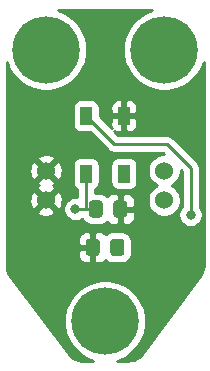
<source format=gbr>
%TF.GenerationSoftware,KiCad,Pcbnew,5.1.9+dfsg1-1+deb11u1*%
%TF.CreationDate,2023-07-29T18:16:24+09:00*%
%TF.ProjectId,probe-adapter,70726f62-652d-4616-9461-707465722e6b,rev?*%
%TF.SameCoordinates,Original*%
%TF.FileFunction,Copper,L1,Top*%
%TF.FilePolarity,Positive*%
%FSLAX46Y46*%
G04 Gerber Fmt 4.6, Leading zero omitted, Abs format (unit mm)*
G04 Created by KiCad (PCBNEW 5.1.9+dfsg1-1+deb11u1) date 2023-07-29 18:16:24*
%MOMM*%
%LPD*%
G01*
G04 APERTURE LIST*
%TA.AperFunction,ComponentPad*%
%ADD10C,5.700000*%
%TD*%
%TA.AperFunction,SMDPad,CuDef*%
%ADD11R,1.000000X1.500000*%
%TD*%
%TA.AperFunction,ComponentPad*%
%ADD12C,1.524000*%
%TD*%
%TA.AperFunction,ViaPad*%
%ADD13C,0.800000*%
%TD*%
%TA.AperFunction,Conductor*%
%ADD14C,0.250000*%
%TD*%
%TA.AperFunction,Conductor*%
%ADD15C,0.254000*%
%TD*%
%TA.AperFunction,Conductor*%
%ADD16C,0.100000*%
%TD*%
G04 APERTURE END LIST*
D10*
%TO.P,REF\u002A\u002A,1*%
%TO.N,N/C*%
X181500000Y-124500000D03*
%TD*%
%TO.P,REF\u002A\u002A,1*%
%TO.N,N/C*%
X186500000Y-101500000D03*
%TD*%
%TO.P,REF\u002A\u002A,1*%
%TO.N,N/C*%
X176500000Y-101500000D03*
%TD*%
D11*
%TO.P,D1,3*%
%TO.N,GND*%
X183100000Y-107100000D03*
%TO.P,D1,4*%
%TO.N,NEOPIXEL*%
X179900000Y-107100000D03*
%TO.P,D1,2*%
%TO.N,Net-(D1-Pad2)*%
X183100000Y-112000000D03*
%TO.P,D1,1*%
%TO.N,5V*%
X179900000Y-112000000D03*
%TD*%
D12*
%TO.P,J5,1*%
%TO.N,GND*%
X176500000Y-111750000D03*
%TO.P,J5,2*%
X176500000Y-114250000D03*
%TD*%
%TO.P,J6,2*%
%TO.N,PROBE*%
X186500000Y-114250000D03*
%TO.P,J6,1*%
X186500000Y-111750000D03*
%TD*%
%TO.P,C1,2*%
%TO.N,GND*%
%TA.AperFunction,SMDPad,CuDef*%
G36*
G01*
X182200000Y-115475000D02*
X182200000Y-114525000D01*
G75*
G02*
X182450000Y-114275000I250000J0D01*
G01*
X183125000Y-114275000D01*
G75*
G02*
X183375000Y-114525000I0J-250000D01*
G01*
X183375000Y-115475000D01*
G75*
G02*
X183125000Y-115725000I-250000J0D01*
G01*
X182450000Y-115725000D01*
G75*
G02*
X182200000Y-115475000I0J250000D01*
G01*
G37*
%TD.AperFunction*%
%TO.P,C1,1*%
%TO.N,5V*%
%TA.AperFunction,SMDPad,CuDef*%
G36*
G01*
X180125000Y-115475000D02*
X180125000Y-114525000D01*
G75*
G02*
X180375000Y-114275000I250000J0D01*
G01*
X181050000Y-114275000D01*
G75*
G02*
X181300000Y-114525000I0J-250000D01*
G01*
X181300000Y-115475000D01*
G75*
G02*
X181050000Y-115725000I-250000J0D01*
G01*
X180375000Y-115725000D01*
G75*
G02*
X180125000Y-115475000I0J250000D01*
G01*
G37*
%TD.AperFunction*%
%TD*%
%TO.P,C2,1*%
%TO.N,PROBE*%
%TA.AperFunction,SMDPad,CuDef*%
G36*
G01*
X183125000Y-117775000D02*
X183125000Y-118725000D01*
G75*
G02*
X182875000Y-118975000I-250000J0D01*
G01*
X182200000Y-118975000D01*
G75*
G02*
X181950000Y-118725000I0J250000D01*
G01*
X181950000Y-117775000D01*
G75*
G02*
X182200000Y-117525000I250000J0D01*
G01*
X182875000Y-117525000D01*
G75*
G02*
X183125000Y-117775000I0J-250000D01*
G01*
G37*
%TD.AperFunction*%
%TO.P,C2,2*%
%TO.N,GND*%
%TA.AperFunction,SMDPad,CuDef*%
G36*
G01*
X181050000Y-117775000D02*
X181050000Y-118725000D01*
G75*
G02*
X180800000Y-118975000I-250000J0D01*
G01*
X180125000Y-118975000D01*
G75*
G02*
X179875000Y-118725000I0J250000D01*
G01*
X179875000Y-117775000D01*
G75*
G02*
X180125000Y-117525000I250000J0D01*
G01*
X180800000Y-117525000D01*
G75*
G02*
X181050000Y-117775000I0J-250000D01*
G01*
G37*
%TD.AperFunction*%
%TD*%
D13*
%TO.N,5V*%
X179000000Y-115000000D03*
%TO.N,PROBE*%
X182525000Y-118250000D03*
%TO.N,NEOPIXEL*%
X188750000Y-115500000D03*
%TD*%
D14*
%TO.N,5V*%
X179900000Y-112000000D02*
X179900000Y-114900000D01*
X180000000Y-115000000D02*
X180725000Y-115000000D01*
X179900000Y-114900000D02*
X180000000Y-115000000D01*
X179000000Y-115000000D02*
X180000000Y-115000000D01*
%TO.N,NEOPIXEL*%
X188750000Y-115500000D02*
X188750000Y-111500000D01*
X188750000Y-111500000D02*
X186750000Y-109500000D01*
X182300000Y-109500000D02*
X179900000Y-107100000D01*
X186750000Y-109500000D02*
X182300000Y-109500000D01*
%TD*%
D15*
%TO.N,GND*%
X184849234Y-98411633D02*
X184278442Y-98793024D01*
X183793024Y-99278442D01*
X183411633Y-99849234D01*
X183148927Y-100483463D01*
X183015000Y-101156758D01*
X183015000Y-101843242D01*
X183148927Y-102516537D01*
X183411633Y-103150766D01*
X183793024Y-103721558D01*
X184278442Y-104206976D01*
X184849234Y-104588367D01*
X185483463Y-104851073D01*
X186156758Y-104985000D01*
X186843242Y-104985000D01*
X187516537Y-104851073D01*
X188150766Y-104588367D01*
X188721558Y-104206976D01*
X189206976Y-103721558D01*
X189588367Y-103150766D01*
X189840000Y-102543270D01*
X189840001Y-119801002D01*
X189811374Y-120092960D01*
X189735964Y-120342729D01*
X189602684Y-120593391D01*
X189566326Y-120644865D01*
X184591370Y-127278174D01*
X184393304Y-127494553D01*
X184183116Y-127649122D01*
X183946906Y-127759922D01*
X183685588Y-127824738D01*
X183476000Y-127840000D01*
X182543270Y-127840000D01*
X183150766Y-127588367D01*
X183721558Y-127206976D01*
X184206976Y-126721558D01*
X184588367Y-126150766D01*
X184851073Y-125516537D01*
X184985000Y-124843242D01*
X184985000Y-124156758D01*
X184851073Y-123483463D01*
X184588367Y-122849234D01*
X184206976Y-122278442D01*
X183721558Y-121793024D01*
X183150766Y-121411633D01*
X182516537Y-121148927D01*
X181843242Y-121015000D01*
X181156758Y-121015000D01*
X180483463Y-121148927D01*
X179849234Y-121411633D01*
X179278442Y-121793024D01*
X178793024Y-122278442D01*
X178411633Y-122849234D01*
X178148927Y-123483463D01*
X178015000Y-124156758D01*
X178015000Y-124843242D01*
X178148927Y-125516537D01*
X178411633Y-126150766D01*
X178793024Y-126721558D01*
X179278442Y-127206976D01*
X179849234Y-127588367D01*
X180456730Y-127840000D01*
X179532289Y-127840000D01*
X179240343Y-127811374D01*
X178990571Y-127735964D01*
X178760205Y-127613477D01*
X178551563Y-127443312D01*
X178413592Y-127284789D01*
X173447375Y-120663135D01*
X173295105Y-120412399D01*
X173205572Y-120167341D01*
X173161796Y-119886838D01*
X173160000Y-119823896D01*
X173160000Y-118975000D01*
X179236928Y-118975000D01*
X179249188Y-119099482D01*
X179285498Y-119219180D01*
X179344463Y-119329494D01*
X179423815Y-119426185D01*
X179520506Y-119505537D01*
X179630820Y-119564502D01*
X179750518Y-119600812D01*
X179875000Y-119613072D01*
X180176750Y-119610000D01*
X180335500Y-119451250D01*
X180335500Y-118377000D01*
X179398750Y-118377000D01*
X179240000Y-118535750D01*
X179236928Y-118975000D01*
X173160000Y-118975000D01*
X173160000Y-117525000D01*
X179236928Y-117525000D01*
X179240000Y-117964250D01*
X179398750Y-118123000D01*
X180335500Y-118123000D01*
X180335500Y-117048750D01*
X180589500Y-117048750D01*
X180589500Y-118123000D01*
X180609500Y-118123000D01*
X180609500Y-118377000D01*
X180589500Y-118377000D01*
X180589500Y-119451250D01*
X180748250Y-119610000D01*
X181050000Y-119613072D01*
X181174482Y-119600812D01*
X181294180Y-119564502D01*
X181404494Y-119505537D01*
X181501185Y-119426185D01*
X181566658Y-119346406D01*
X181572038Y-119352962D01*
X181706614Y-119463405D01*
X181860150Y-119545472D01*
X182026746Y-119596008D01*
X182200000Y-119613072D01*
X182875000Y-119613072D01*
X183048254Y-119596008D01*
X183214850Y-119545472D01*
X183368386Y-119463405D01*
X183502962Y-119352962D01*
X183613405Y-119218386D01*
X183695472Y-119064850D01*
X183746008Y-118898254D01*
X183763072Y-118725000D01*
X183763072Y-117775000D01*
X183746008Y-117601746D01*
X183695472Y-117435150D01*
X183613405Y-117281614D01*
X183502962Y-117147038D01*
X183368386Y-117036595D01*
X183214850Y-116954528D01*
X183048254Y-116903992D01*
X182875000Y-116886928D01*
X182200000Y-116886928D01*
X182026746Y-116903992D01*
X181860150Y-116954528D01*
X181706614Y-117036595D01*
X181572038Y-117147038D01*
X181566658Y-117153594D01*
X181501185Y-117073815D01*
X181404494Y-116994463D01*
X181294180Y-116935498D01*
X181174482Y-116899188D01*
X181050000Y-116886928D01*
X180748250Y-116890000D01*
X180589500Y-117048750D01*
X180335500Y-117048750D01*
X180176750Y-116890000D01*
X179875000Y-116886928D01*
X179750518Y-116899188D01*
X179630820Y-116935498D01*
X179520506Y-116994463D01*
X179423815Y-117073815D01*
X179344463Y-117170506D01*
X179285498Y-117280820D01*
X179249188Y-117400518D01*
X179236928Y-117525000D01*
X173160000Y-117525000D01*
X173160000Y-115215565D01*
X175714040Y-115215565D01*
X175781020Y-115455656D01*
X176030048Y-115572756D01*
X176297135Y-115639023D01*
X176572017Y-115651910D01*
X176844133Y-115610922D01*
X177103023Y-115517636D01*
X177218980Y-115455656D01*
X177285960Y-115215565D01*
X176500000Y-114429605D01*
X175714040Y-115215565D01*
X173160000Y-115215565D01*
X173160000Y-114322017D01*
X175098090Y-114322017D01*
X175139078Y-114594133D01*
X175232364Y-114853023D01*
X175294344Y-114968980D01*
X175534435Y-115035960D01*
X176320395Y-114250000D01*
X176679605Y-114250000D01*
X177465565Y-115035960D01*
X177705656Y-114968980D01*
X177739004Y-114898061D01*
X177965000Y-114898061D01*
X177965000Y-115101939D01*
X178004774Y-115301898D01*
X178082795Y-115490256D01*
X178196063Y-115659774D01*
X178340226Y-115803937D01*
X178509744Y-115917205D01*
X178698102Y-115995226D01*
X178898061Y-116035000D01*
X179101939Y-116035000D01*
X179301898Y-115995226D01*
X179490256Y-115917205D01*
X179577927Y-115858626D01*
X179636595Y-115968386D01*
X179747038Y-116102962D01*
X179881614Y-116213405D01*
X180035150Y-116295472D01*
X180201746Y-116346008D01*
X180375000Y-116363072D01*
X181050000Y-116363072D01*
X181223254Y-116346008D01*
X181389850Y-116295472D01*
X181543386Y-116213405D01*
X181677962Y-116102962D01*
X181683342Y-116096406D01*
X181748815Y-116176185D01*
X181845506Y-116255537D01*
X181955820Y-116314502D01*
X182075518Y-116350812D01*
X182200000Y-116363072D01*
X182501750Y-116360000D01*
X182660500Y-116201250D01*
X182660500Y-115127000D01*
X182914500Y-115127000D01*
X182914500Y-116201250D01*
X183073250Y-116360000D01*
X183375000Y-116363072D01*
X183499482Y-116350812D01*
X183619180Y-116314502D01*
X183729494Y-116255537D01*
X183826185Y-116176185D01*
X183905537Y-116079494D01*
X183964502Y-115969180D01*
X184000812Y-115849482D01*
X184013072Y-115725000D01*
X184010000Y-115285750D01*
X183851250Y-115127000D01*
X182914500Y-115127000D01*
X182660500Y-115127000D01*
X182640500Y-115127000D01*
X182640500Y-114873000D01*
X182660500Y-114873000D01*
X182660500Y-113798750D01*
X182914500Y-113798750D01*
X182914500Y-114873000D01*
X183851250Y-114873000D01*
X184010000Y-114714250D01*
X184013072Y-114275000D01*
X184000812Y-114150518D01*
X183964502Y-114030820D01*
X183905537Y-113920506D01*
X183826185Y-113823815D01*
X183729494Y-113744463D01*
X183619180Y-113685498D01*
X183499482Y-113649188D01*
X183375000Y-113636928D01*
X183073250Y-113640000D01*
X182914500Y-113798750D01*
X182660500Y-113798750D01*
X182501750Y-113640000D01*
X182200000Y-113636928D01*
X182075518Y-113649188D01*
X181955820Y-113685498D01*
X181845506Y-113744463D01*
X181748815Y-113823815D01*
X181683342Y-113903594D01*
X181677962Y-113897038D01*
X181543386Y-113786595D01*
X181389850Y-113704528D01*
X181223254Y-113653992D01*
X181050000Y-113636928D01*
X180660000Y-113636928D01*
X180660000Y-113331046D01*
X180754494Y-113280537D01*
X180851185Y-113201185D01*
X180930537Y-113104494D01*
X180989502Y-112994180D01*
X181025812Y-112874482D01*
X181038072Y-112750000D01*
X181038072Y-111250000D01*
X181961928Y-111250000D01*
X181961928Y-112750000D01*
X181974188Y-112874482D01*
X182010498Y-112994180D01*
X182069463Y-113104494D01*
X182148815Y-113201185D01*
X182245506Y-113280537D01*
X182355820Y-113339502D01*
X182475518Y-113375812D01*
X182600000Y-113388072D01*
X183600000Y-113388072D01*
X183724482Y-113375812D01*
X183844180Y-113339502D01*
X183954494Y-113280537D01*
X184051185Y-113201185D01*
X184130537Y-113104494D01*
X184189502Y-112994180D01*
X184225812Y-112874482D01*
X184238072Y-112750000D01*
X184238072Y-111250000D01*
X184225812Y-111125518D01*
X184189502Y-111005820D01*
X184130537Y-110895506D01*
X184051185Y-110798815D01*
X183954494Y-110719463D01*
X183844180Y-110660498D01*
X183724482Y-110624188D01*
X183600000Y-110611928D01*
X182600000Y-110611928D01*
X182475518Y-110624188D01*
X182355820Y-110660498D01*
X182245506Y-110719463D01*
X182148815Y-110798815D01*
X182069463Y-110895506D01*
X182010498Y-111005820D01*
X181974188Y-111125518D01*
X181961928Y-111250000D01*
X181038072Y-111250000D01*
X181025812Y-111125518D01*
X180989502Y-111005820D01*
X180930537Y-110895506D01*
X180851185Y-110798815D01*
X180754494Y-110719463D01*
X180644180Y-110660498D01*
X180524482Y-110624188D01*
X180400000Y-110611928D01*
X179400000Y-110611928D01*
X179275518Y-110624188D01*
X179155820Y-110660498D01*
X179045506Y-110719463D01*
X178948815Y-110798815D01*
X178869463Y-110895506D01*
X178810498Y-111005820D01*
X178774188Y-111125518D01*
X178761928Y-111250000D01*
X178761928Y-112750000D01*
X178774188Y-112874482D01*
X178810498Y-112994180D01*
X178869463Y-113104494D01*
X178948815Y-113201185D01*
X179045506Y-113280537D01*
X179140000Y-113331046D01*
X179140001Y-113972571D01*
X179101939Y-113965000D01*
X178898061Y-113965000D01*
X178698102Y-114004774D01*
X178509744Y-114082795D01*
X178340226Y-114196063D01*
X178196063Y-114340226D01*
X178082795Y-114509744D01*
X178004774Y-114698102D01*
X177965000Y-114898061D01*
X177739004Y-114898061D01*
X177822756Y-114719952D01*
X177889023Y-114452865D01*
X177901910Y-114177983D01*
X177860922Y-113905867D01*
X177767636Y-113646977D01*
X177705656Y-113531020D01*
X177465565Y-113464040D01*
X176679605Y-114250000D01*
X176320395Y-114250000D01*
X175534435Y-113464040D01*
X175294344Y-113531020D01*
X175177244Y-113780048D01*
X175110977Y-114047135D01*
X175098090Y-114322017D01*
X173160000Y-114322017D01*
X173160000Y-112715565D01*
X175714040Y-112715565D01*
X175781020Y-112955656D01*
X175869290Y-112997163D01*
X175781020Y-113044344D01*
X175714040Y-113284435D01*
X176500000Y-114070395D01*
X177285960Y-113284435D01*
X177218980Y-113044344D01*
X177130710Y-113002837D01*
X177218980Y-112955656D01*
X177285960Y-112715565D01*
X176500000Y-111929605D01*
X175714040Y-112715565D01*
X173160000Y-112715565D01*
X173160000Y-111822017D01*
X175098090Y-111822017D01*
X175139078Y-112094133D01*
X175232364Y-112353023D01*
X175294344Y-112468980D01*
X175534435Y-112535960D01*
X176320395Y-111750000D01*
X176679605Y-111750000D01*
X177465565Y-112535960D01*
X177705656Y-112468980D01*
X177822756Y-112219952D01*
X177889023Y-111952865D01*
X177901910Y-111677983D01*
X177860922Y-111405867D01*
X177767636Y-111146977D01*
X177705656Y-111031020D01*
X177465565Y-110964040D01*
X176679605Y-111750000D01*
X176320395Y-111750000D01*
X175534435Y-110964040D01*
X175294344Y-111031020D01*
X175177244Y-111280048D01*
X175110977Y-111547135D01*
X175098090Y-111822017D01*
X173160000Y-111822017D01*
X173160000Y-110784435D01*
X175714040Y-110784435D01*
X176500000Y-111570395D01*
X177285960Y-110784435D01*
X177218980Y-110544344D01*
X176969952Y-110427244D01*
X176702865Y-110360977D01*
X176427983Y-110348090D01*
X176155867Y-110389078D01*
X175896977Y-110482364D01*
X175781020Y-110544344D01*
X175714040Y-110784435D01*
X173160000Y-110784435D01*
X173160000Y-106350000D01*
X178761928Y-106350000D01*
X178761928Y-107850000D01*
X178774188Y-107974482D01*
X178810498Y-108094180D01*
X178869463Y-108204494D01*
X178948815Y-108301185D01*
X179045506Y-108380537D01*
X179155820Y-108439502D01*
X179275518Y-108475812D01*
X179400000Y-108488072D01*
X180213271Y-108488072D01*
X181736200Y-110011002D01*
X181759999Y-110040001D01*
X181788997Y-110063799D01*
X181875724Y-110134974D01*
X182007753Y-110205546D01*
X182151014Y-110249003D01*
X182300000Y-110263677D01*
X182337333Y-110260000D01*
X186435199Y-110260000D01*
X186528199Y-110353000D01*
X186362408Y-110353000D01*
X186092510Y-110406686D01*
X185838273Y-110511995D01*
X185609465Y-110664880D01*
X185414880Y-110859465D01*
X185261995Y-111088273D01*
X185156686Y-111342510D01*
X185103000Y-111612408D01*
X185103000Y-111887592D01*
X185156686Y-112157490D01*
X185261995Y-112411727D01*
X185414880Y-112640535D01*
X185609465Y-112835120D01*
X185838273Y-112988005D01*
X185867231Y-113000000D01*
X185838273Y-113011995D01*
X185609465Y-113164880D01*
X185414880Y-113359465D01*
X185261995Y-113588273D01*
X185156686Y-113842510D01*
X185103000Y-114112408D01*
X185103000Y-114387592D01*
X185156686Y-114657490D01*
X185261995Y-114911727D01*
X185414880Y-115140535D01*
X185609465Y-115335120D01*
X185838273Y-115488005D01*
X186092510Y-115593314D01*
X186362408Y-115647000D01*
X186637592Y-115647000D01*
X186907490Y-115593314D01*
X187161727Y-115488005D01*
X187390535Y-115335120D01*
X187585120Y-115140535D01*
X187738005Y-114911727D01*
X187843314Y-114657490D01*
X187897000Y-114387592D01*
X187897000Y-114112408D01*
X187843314Y-113842510D01*
X187738005Y-113588273D01*
X187585120Y-113359465D01*
X187390535Y-113164880D01*
X187161727Y-113011995D01*
X187132769Y-113000000D01*
X187161727Y-112988005D01*
X187390535Y-112835120D01*
X187585120Y-112640535D01*
X187738005Y-112411727D01*
X187843314Y-112157490D01*
X187897000Y-111887592D01*
X187897000Y-111721802D01*
X187990001Y-111814803D01*
X187990000Y-114796289D01*
X187946063Y-114840226D01*
X187832795Y-115009744D01*
X187754774Y-115198102D01*
X187715000Y-115398061D01*
X187715000Y-115601939D01*
X187754774Y-115801898D01*
X187832795Y-115990256D01*
X187946063Y-116159774D01*
X188090226Y-116303937D01*
X188259744Y-116417205D01*
X188448102Y-116495226D01*
X188648061Y-116535000D01*
X188851939Y-116535000D01*
X189051898Y-116495226D01*
X189240256Y-116417205D01*
X189409774Y-116303937D01*
X189553937Y-116159774D01*
X189667205Y-115990256D01*
X189745226Y-115801898D01*
X189785000Y-115601939D01*
X189785000Y-115398061D01*
X189745226Y-115198102D01*
X189667205Y-115009744D01*
X189553937Y-114840226D01*
X189510000Y-114796289D01*
X189510000Y-111537322D01*
X189513676Y-111499999D01*
X189510000Y-111462676D01*
X189510000Y-111462667D01*
X189499003Y-111351014D01*
X189455546Y-111207753D01*
X189391682Y-111088273D01*
X189384974Y-111075723D01*
X189313799Y-110988997D01*
X189290001Y-110959999D01*
X189261003Y-110936201D01*
X187313804Y-108989003D01*
X187290001Y-108959999D01*
X187174276Y-108865026D01*
X187042247Y-108794454D01*
X186898986Y-108750997D01*
X186787333Y-108740000D01*
X186787322Y-108740000D01*
X186750000Y-108736324D01*
X186712678Y-108740000D01*
X182614802Y-108740000D01*
X182266630Y-108391828D01*
X182355820Y-108439502D01*
X182475518Y-108475812D01*
X182600000Y-108488072D01*
X182814250Y-108485000D01*
X182973000Y-108326250D01*
X182973000Y-107227000D01*
X183227000Y-107227000D01*
X183227000Y-108326250D01*
X183385750Y-108485000D01*
X183600000Y-108488072D01*
X183724482Y-108475812D01*
X183844180Y-108439502D01*
X183954494Y-108380537D01*
X184051185Y-108301185D01*
X184130537Y-108204494D01*
X184189502Y-108094180D01*
X184225812Y-107974482D01*
X184238072Y-107850000D01*
X184235000Y-107385750D01*
X184076250Y-107227000D01*
X183227000Y-107227000D01*
X182973000Y-107227000D01*
X182123750Y-107227000D01*
X181965000Y-107385750D01*
X181961928Y-107850000D01*
X181974188Y-107974482D01*
X182010498Y-108094180D01*
X182058172Y-108183370D01*
X181038072Y-107163271D01*
X181038072Y-106350000D01*
X181961928Y-106350000D01*
X181965000Y-106814250D01*
X182123750Y-106973000D01*
X182973000Y-106973000D01*
X182973000Y-105873750D01*
X183227000Y-105873750D01*
X183227000Y-106973000D01*
X184076250Y-106973000D01*
X184235000Y-106814250D01*
X184238072Y-106350000D01*
X184225812Y-106225518D01*
X184189502Y-106105820D01*
X184130537Y-105995506D01*
X184051185Y-105898815D01*
X183954494Y-105819463D01*
X183844180Y-105760498D01*
X183724482Y-105724188D01*
X183600000Y-105711928D01*
X183385750Y-105715000D01*
X183227000Y-105873750D01*
X182973000Y-105873750D01*
X182814250Y-105715000D01*
X182600000Y-105711928D01*
X182475518Y-105724188D01*
X182355820Y-105760498D01*
X182245506Y-105819463D01*
X182148815Y-105898815D01*
X182069463Y-105995506D01*
X182010498Y-106105820D01*
X181974188Y-106225518D01*
X181961928Y-106350000D01*
X181038072Y-106350000D01*
X181025812Y-106225518D01*
X180989502Y-106105820D01*
X180930537Y-105995506D01*
X180851185Y-105898815D01*
X180754494Y-105819463D01*
X180644180Y-105760498D01*
X180524482Y-105724188D01*
X180400000Y-105711928D01*
X179400000Y-105711928D01*
X179275518Y-105724188D01*
X179155820Y-105760498D01*
X179045506Y-105819463D01*
X178948815Y-105898815D01*
X178869463Y-105995506D01*
X178810498Y-106105820D01*
X178774188Y-106225518D01*
X178761928Y-106350000D01*
X173160000Y-106350000D01*
X173160000Y-102543270D01*
X173411633Y-103150766D01*
X173793024Y-103721558D01*
X174278442Y-104206976D01*
X174849234Y-104588367D01*
X175483463Y-104851073D01*
X176156758Y-104985000D01*
X176843242Y-104985000D01*
X177516537Y-104851073D01*
X178150766Y-104588367D01*
X178721558Y-104206976D01*
X179206976Y-103721558D01*
X179588367Y-103150766D01*
X179851073Y-102516537D01*
X179985000Y-101843242D01*
X179985000Y-101156758D01*
X179851073Y-100483463D01*
X179588367Y-99849234D01*
X179206976Y-99278442D01*
X178721558Y-98793024D01*
X178150766Y-98411633D01*
X177543270Y-98160000D01*
X185456730Y-98160000D01*
X184849234Y-98411633D01*
%TA.AperFunction,Conductor*%
D16*
G36*
X184849234Y-98411633D02*
G01*
X184278442Y-98793024D01*
X183793024Y-99278442D01*
X183411633Y-99849234D01*
X183148927Y-100483463D01*
X183015000Y-101156758D01*
X183015000Y-101843242D01*
X183148927Y-102516537D01*
X183411633Y-103150766D01*
X183793024Y-103721558D01*
X184278442Y-104206976D01*
X184849234Y-104588367D01*
X185483463Y-104851073D01*
X186156758Y-104985000D01*
X186843242Y-104985000D01*
X187516537Y-104851073D01*
X188150766Y-104588367D01*
X188721558Y-104206976D01*
X189206976Y-103721558D01*
X189588367Y-103150766D01*
X189840000Y-102543270D01*
X189840001Y-119801002D01*
X189811374Y-120092960D01*
X189735964Y-120342729D01*
X189602684Y-120593391D01*
X189566326Y-120644865D01*
X184591370Y-127278174D01*
X184393304Y-127494553D01*
X184183116Y-127649122D01*
X183946906Y-127759922D01*
X183685588Y-127824738D01*
X183476000Y-127840000D01*
X182543270Y-127840000D01*
X183150766Y-127588367D01*
X183721558Y-127206976D01*
X184206976Y-126721558D01*
X184588367Y-126150766D01*
X184851073Y-125516537D01*
X184985000Y-124843242D01*
X184985000Y-124156758D01*
X184851073Y-123483463D01*
X184588367Y-122849234D01*
X184206976Y-122278442D01*
X183721558Y-121793024D01*
X183150766Y-121411633D01*
X182516537Y-121148927D01*
X181843242Y-121015000D01*
X181156758Y-121015000D01*
X180483463Y-121148927D01*
X179849234Y-121411633D01*
X179278442Y-121793024D01*
X178793024Y-122278442D01*
X178411633Y-122849234D01*
X178148927Y-123483463D01*
X178015000Y-124156758D01*
X178015000Y-124843242D01*
X178148927Y-125516537D01*
X178411633Y-126150766D01*
X178793024Y-126721558D01*
X179278442Y-127206976D01*
X179849234Y-127588367D01*
X180456730Y-127840000D01*
X179532289Y-127840000D01*
X179240343Y-127811374D01*
X178990571Y-127735964D01*
X178760205Y-127613477D01*
X178551563Y-127443312D01*
X178413592Y-127284789D01*
X173447375Y-120663135D01*
X173295105Y-120412399D01*
X173205572Y-120167341D01*
X173161796Y-119886838D01*
X173160000Y-119823896D01*
X173160000Y-118975000D01*
X179236928Y-118975000D01*
X179249188Y-119099482D01*
X179285498Y-119219180D01*
X179344463Y-119329494D01*
X179423815Y-119426185D01*
X179520506Y-119505537D01*
X179630820Y-119564502D01*
X179750518Y-119600812D01*
X179875000Y-119613072D01*
X180176750Y-119610000D01*
X180335500Y-119451250D01*
X180335500Y-118377000D01*
X179398750Y-118377000D01*
X179240000Y-118535750D01*
X179236928Y-118975000D01*
X173160000Y-118975000D01*
X173160000Y-117525000D01*
X179236928Y-117525000D01*
X179240000Y-117964250D01*
X179398750Y-118123000D01*
X180335500Y-118123000D01*
X180335500Y-117048750D01*
X180589500Y-117048750D01*
X180589500Y-118123000D01*
X180609500Y-118123000D01*
X180609500Y-118377000D01*
X180589500Y-118377000D01*
X180589500Y-119451250D01*
X180748250Y-119610000D01*
X181050000Y-119613072D01*
X181174482Y-119600812D01*
X181294180Y-119564502D01*
X181404494Y-119505537D01*
X181501185Y-119426185D01*
X181566658Y-119346406D01*
X181572038Y-119352962D01*
X181706614Y-119463405D01*
X181860150Y-119545472D01*
X182026746Y-119596008D01*
X182200000Y-119613072D01*
X182875000Y-119613072D01*
X183048254Y-119596008D01*
X183214850Y-119545472D01*
X183368386Y-119463405D01*
X183502962Y-119352962D01*
X183613405Y-119218386D01*
X183695472Y-119064850D01*
X183746008Y-118898254D01*
X183763072Y-118725000D01*
X183763072Y-117775000D01*
X183746008Y-117601746D01*
X183695472Y-117435150D01*
X183613405Y-117281614D01*
X183502962Y-117147038D01*
X183368386Y-117036595D01*
X183214850Y-116954528D01*
X183048254Y-116903992D01*
X182875000Y-116886928D01*
X182200000Y-116886928D01*
X182026746Y-116903992D01*
X181860150Y-116954528D01*
X181706614Y-117036595D01*
X181572038Y-117147038D01*
X181566658Y-117153594D01*
X181501185Y-117073815D01*
X181404494Y-116994463D01*
X181294180Y-116935498D01*
X181174482Y-116899188D01*
X181050000Y-116886928D01*
X180748250Y-116890000D01*
X180589500Y-117048750D01*
X180335500Y-117048750D01*
X180176750Y-116890000D01*
X179875000Y-116886928D01*
X179750518Y-116899188D01*
X179630820Y-116935498D01*
X179520506Y-116994463D01*
X179423815Y-117073815D01*
X179344463Y-117170506D01*
X179285498Y-117280820D01*
X179249188Y-117400518D01*
X179236928Y-117525000D01*
X173160000Y-117525000D01*
X173160000Y-115215565D01*
X175714040Y-115215565D01*
X175781020Y-115455656D01*
X176030048Y-115572756D01*
X176297135Y-115639023D01*
X176572017Y-115651910D01*
X176844133Y-115610922D01*
X177103023Y-115517636D01*
X177218980Y-115455656D01*
X177285960Y-115215565D01*
X176500000Y-114429605D01*
X175714040Y-115215565D01*
X173160000Y-115215565D01*
X173160000Y-114322017D01*
X175098090Y-114322017D01*
X175139078Y-114594133D01*
X175232364Y-114853023D01*
X175294344Y-114968980D01*
X175534435Y-115035960D01*
X176320395Y-114250000D01*
X176679605Y-114250000D01*
X177465565Y-115035960D01*
X177705656Y-114968980D01*
X177739004Y-114898061D01*
X177965000Y-114898061D01*
X177965000Y-115101939D01*
X178004774Y-115301898D01*
X178082795Y-115490256D01*
X178196063Y-115659774D01*
X178340226Y-115803937D01*
X178509744Y-115917205D01*
X178698102Y-115995226D01*
X178898061Y-116035000D01*
X179101939Y-116035000D01*
X179301898Y-115995226D01*
X179490256Y-115917205D01*
X179577927Y-115858626D01*
X179636595Y-115968386D01*
X179747038Y-116102962D01*
X179881614Y-116213405D01*
X180035150Y-116295472D01*
X180201746Y-116346008D01*
X180375000Y-116363072D01*
X181050000Y-116363072D01*
X181223254Y-116346008D01*
X181389850Y-116295472D01*
X181543386Y-116213405D01*
X181677962Y-116102962D01*
X181683342Y-116096406D01*
X181748815Y-116176185D01*
X181845506Y-116255537D01*
X181955820Y-116314502D01*
X182075518Y-116350812D01*
X182200000Y-116363072D01*
X182501750Y-116360000D01*
X182660500Y-116201250D01*
X182660500Y-115127000D01*
X182914500Y-115127000D01*
X182914500Y-116201250D01*
X183073250Y-116360000D01*
X183375000Y-116363072D01*
X183499482Y-116350812D01*
X183619180Y-116314502D01*
X183729494Y-116255537D01*
X183826185Y-116176185D01*
X183905537Y-116079494D01*
X183964502Y-115969180D01*
X184000812Y-115849482D01*
X184013072Y-115725000D01*
X184010000Y-115285750D01*
X183851250Y-115127000D01*
X182914500Y-115127000D01*
X182660500Y-115127000D01*
X182640500Y-115127000D01*
X182640500Y-114873000D01*
X182660500Y-114873000D01*
X182660500Y-113798750D01*
X182914500Y-113798750D01*
X182914500Y-114873000D01*
X183851250Y-114873000D01*
X184010000Y-114714250D01*
X184013072Y-114275000D01*
X184000812Y-114150518D01*
X183964502Y-114030820D01*
X183905537Y-113920506D01*
X183826185Y-113823815D01*
X183729494Y-113744463D01*
X183619180Y-113685498D01*
X183499482Y-113649188D01*
X183375000Y-113636928D01*
X183073250Y-113640000D01*
X182914500Y-113798750D01*
X182660500Y-113798750D01*
X182501750Y-113640000D01*
X182200000Y-113636928D01*
X182075518Y-113649188D01*
X181955820Y-113685498D01*
X181845506Y-113744463D01*
X181748815Y-113823815D01*
X181683342Y-113903594D01*
X181677962Y-113897038D01*
X181543386Y-113786595D01*
X181389850Y-113704528D01*
X181223254Y-113653992D01*
X181050000Y-113636928D01*
X180660000Y-113636928D01*
X180660000Y-113331046D01*
X180754494Y-113280537D01*
X180851185Y-113201185D01*
X180930537Y-113104494D01*
X180989502Y-112994180D01*
X181025812Y-112874482D01*
X181038072Y-112750000D01*
X181038072Y-111250000D01*
X181961928Y-111250000D01*
X181961928Y-112750000D01*
X181974188Y-112874482D01*
X182010498Y-112994180D01*
X182069463Y-113104494D01*
X182148815Y-113201185D01*
X182245506Y-113280537D01*
X182355820Y-113339502D01*
X182475518Y-113375812D01*
X182600000Y-113388072D01*
X183600000Y-113388072D01*
X183724482Y-113375812D01*
X183844180Y-113339502D01*
X183954494Y-113280537D01*
X184051185Y-113201185D01*
X184130537Y-113104494D01*
X184189502Y-112994180D01*
X184225812Y-112874482D01*
X184238072Y-112750000D01*
X184238072Y-111250000D01*
X184225812Y-111125518D01*
X184189502Y-111005820D01*
X184130537Y-110895506D01*
X184051185Y-110798815D01*
X183954494Y-110719463D01*
X183844180Y-110660498D01*
X183724482Y-110624188D01*
X183600000Y-110611928D01*
X182600000Y-110611928D01*
X182475518Y-110624188D01*
X182355820Y-110660498D01*
X182245506Y-110719463D01*
X182148815Y-110798815D01*
X182069463Y-110895506D01*
X182010498Y-111005820D01*
X181974188Y-111125518D01*
X181961928Y-111250000D01*
X181038072Y-111250000D01*
X181025812Y-111125518D01*
X180989502Y-111005820D01*
X180930537Y-110895506D01*
X180851185Y-110798815D01*
X180754494Y-110719463D01*
X180644180Y-110660498D01*
X180524482Y-110624188D01*
X180400000Y-110611928D01*
X179400000Y-110611928D01*
X179275518Y-110624188D01*
X179155820Y-110660498D01*
X179045506Y-110719463D01*
X178948815Y-110798815D01*
X178869463Y-110895506D01*
X178810498Y-111005820D01*
X178774188Y-111125518D01*
X178761928Y-111250000D01*
X178761928Y-112750000D01*
X178774188Y-112874482D01*
X178810498Y-112994180D01*
X178869463Y-113104494D01*
X178948815Y-113201185D01*
X179045506Y-113280537D01*
X179140000Y-113331046D01*
X179140001Y-113972571D01*
X179101939Y-113965000D01*
X178898061Y-113965000D01*
X178698102Y-114004774D01*
X178509744Y-114082795D01*
X178340226Y-114196063D01*
X178196063Y-114340226D01*
X178082795Y-114509744D01*
X178004774Y-114698102D01*
X177965000Y-114898061D01*
X177739004Y-114898061D01*
X177822756Y-114719952D01*
X177889023Y-114452865D01*
X177901910Y-114177983D01*
X177860922Y-113905867D01*
X177767636Y-113646977D01*
X177705656Y-113531020D01*
X177465565Y-113464040D01*
X176679605Y-114250000D01*
X176320395Y-114250000D01*
X175534435Y-113464040D01*
X175294344Y-113531020D01*
X175177244Y-113780048D01*
X175110977Y-114047135D01*
X175098090Y-114322017D01*
X173160000Y-114322017D01*
X173160000Y-112715565D01*
X175714040Y-112715565D01*
X175781020Y-112955656D01*
X175869290Y-112997163D01*
X175781020Y-113044344D01*
X175714040Y-113284435D01*
X176500000Y-114070395D01*
X177285960Y-113284435D01*
X177218980Y-113044344D01*
X177130710Y-113002837D01*
X177218980Y-112955656D01*
X177285960Y-112715565D01*
X176500000Y-111929605D01*
X175714040Y-112715565D01*
X173160000Y-112715565D01*
X173160000Y-111822017D01*
X175098090Y-111822017D01*
X175139078Y-112094133D01*
X175232364Y-112353023D01*
X175294344Y-112468980D01*
X175534435Y-112535960D01*
X176320395Y-111750000D01*
X176679605Y-111750000D01*
X177465565Y-112535960D01*
X177705656Y-112468980D01*
X177822756Y-112219952D01*
X177889023Y-111952865D01*
X177901910Y-111677983D01*
X177860922Y-111405867D01*
X177767636Y-111146977D01*
X177705656Y-111031020D01*
X177465565Y-110964040D01*
X176679605Y-111750000D01*
X176320395Y-111750000D01*
X175534435Y-110964040D01*
X175294344Y-111031020D01*
X175177244Y-111280048D01*
X175110977Y-111547135D01*
X175098090Y-111822017D01*
X173160000Y-111822017D01*
X173160000Y-110784435D01*
X175714040Y-110784435D01*
X176500000Y-111570395D01*
X177285960Y-110784435D01*
X177218980Y-110544344D01*
X176969952Y-110427244D01*
X176702865Y-110360977D01*
X176427983Y-110348090D01*
X176155867Y-110389078D01*
X175896977Y-110482364D01*
X175781020Y-110544344D01*
X175714040Y-110784435D01*
X173160000Y-110784435D01*
X173160000Y-106350000D01*
X178761928Y-106350000D01*
X178761928Y-107850000D01*
X178774188Y-107974482D01*
X178810498Y-108094180D01*
X178869463Y-108204494D01*
X178948815Y-108301185D01*
X179045506Y-108380537D01*
X179155820Y-108439502D01*
X179275518Y-108475812D01*
X179400000Y-108488072D01*
X180213271Y-108488072D01*
X181736200Y-110011002D01*
X181759999Y-110040001D01*
X181788997Y-110063799D01*
X181875724Y-110134974D01*
X182007753Y-110205546D01*
X182151014Y-110249003D01*
X182300000Y-110263677D01*
X182337333Y-110260000D01*
X186435199Y-110260000D01*
X186528199Y-110353000D01*
X186362408Y-110353000D01*
X186092510Y-110406686D01*
X185838273Y-110511995D01*
X185609465Y-110664880D01*
X185414880Y-110859465D01*
X185261995Y-111088273D01*
X185156686Y-111342510D01*
X185103000Y-111612408D01*
X185103000Y-111887592D01*
X185156686Y-112157490D01*
X185261995Y-112411727D01*
X185414880Y-112640535D01*
X185609465Y-112835120D01*
X185838273Y-112988005D01*
X185867231Y-113000000D01*
X185838273Y-113011995D01*
X185609465Y-113164880D01*
X185414880Y-113359465D01*
X185261995Y-113588273D01*
X185156686Y-113842510D01*
X185103000Y-114112408D01*
X185103000Y-114387592D01*
X185156686Y-114657490D01*
X185261995Y-114911727D01*
X185414880Y-115140535D01*
X185609465Y-115335120D01*
X185838273Y-115488005D01*
X186092510Y-115593314D01*
X186362408Y-115647000D01*
X186637592Y-115647000D01*
X186907490Y-115593314D01*
X187161727Y-115488005D01*
X187390535Y-115335120D01*
X187585120Y-115140535D01*
X187738005Y-114911727D01*
X187843314Y-114657490D01*
X187897000Y-114387592D01*
X187897000Y-114112408D01*
X187843314Y-113842510D01*
X187738005Y-113588273D01*
X187585120Y-113359465D01*
X187390535Y-113164880D01*
X187161727Y-113011995D01*
X187132769Y-113000000D01*
X187161727Y-112988005D01*
X187390535Y-112835120D01*
X187585120Y-112640535D01*
X187738005Y-112411727D01*
X187843314Y-112157490D01*
X187897000Y-111887592D01*
X187897000Y-111721802D01*
X187990001Y-111814803D01*
X187990000Y-114796289D01*
X187946063Y-114840226D01*
X187832795Y-115009744D01*
X187754774Y-115198102D01*
X187715000Y-115398061D01*
X187715000Y-115601939D01*
X187754774Y-115801898D01*
X187832795Y-115990256D01*
X187946063Y-116159774D01*
X188090226Y-116303937D01*
X188259744Y-116417205D01*
X188448102Y-116495226D01*
X188648061Y-116535000D01*
X188851939Y-116535000D01*
X189051898Y-116495226D01*
X189240256Y-116417205D01*
X189409774Y-116303937D01*
X189553937Y-116159774D01*
X189667205Y-115990256D01*
X189745226Y-115801898D01*
X189785000Y-115601939D01*
X189785000Y-115398061D01*
X189745226Y-115198102D01*
X189667205Y-115009744D01*
X189553937Y-114840226D01*
X189510000Y-114796289D01*
X189510000Y-111537322D01*
X189513676Y-111499999D01*
X189510000Y-111462676D01*
X189510000Y-111462667D01*
X189499003Y-111351014D01*
X189455546Y-111207753D01*
X189391682Y-111088273D01*
X189384974Y-111075723D01*
X189313799Y-110988997D01*
X189290001Y-110959999D01*
X189261003Y-110936201D01*
X187313804Y-108989003D01*
X187290001Y-108959999D01*
X187174276Y-108865026D01*
X187042247Y-108794454D01*
X186898986Y-108750997D01*
X186787333Y-108740000D01*
X186787322Y-108740000D01*
X186750000Y-108736324D01*
X186712678Y-108740000D01*
X182614802Y-108740000D01*
X182266630Y-108391828D01*
X182355820Y-108439502D01*
X182475518Y-108475812D01*
X182600000Y-108488072D01*
X182814250Y-108485000D01*
X182973000Y-108326250D01*
X182973000Y-107227000D01*
X183227000Y-107227000D01*
X183227000Y-108326250D01*
X183385750Y-108485000D01*
X183600000Y-108488072D01*
X183724482Y-108475812D01*
X183844180Y-108439502D01*
X183954494Y-108380537D01*
X184051185Y-108301185D01*
X184130537Y-108204494D01*
X184189502Y-108094180D01*
X184225812Y-107974482D01*
X184238072Y-107850000D01*
X184235000Y-107385750D01*
X184076250Y-107227000D01*
X183227000Y-107227000D01*
X182973000Y-107227000D01*
X182123750Y-107227000D01*
X181965000Y-107385750D01*
X181961928Y-107850000D01*
X181974188Y-107974482D01*
X182010498Y-108094180D01*
X182058172Y-108183370D01*
X181038072Y-107163271D01*
X181038072Y-106350000D01*
X181961928Y-106350000D01*
X181965000Y-106814250D01*
X182123750Y-106973000D01*
X182973000Y-106973000D01*
X182973000Y-105873750D01*
X183227000Y-105873750D01*
X183227000Y-106973000D01*
X184076250Y-106973000D01*
X184235000Y-106814250D01*
X184238072Y-106350000D01*
X184225812Y-106225518D01*
X184189502Y-106105820D01*
X184130537Y-105995506D01*
X184051185Y-105898815D01*
X183954494Y-105819463D01*
X183844180Y-105760498D01*
X183724482Y-105724188D01*
X183600000Y-105711928D01*
X183385750Y-105715000D01*
X183227000Y-105873750D01*
X182973000Y-105873750D01*
X182814250Y-105715000D01*
X182600000Y-105711928D01*
X182475518Y-105724188D01*
X182355820Y-105760498D01*
X182245506Y-105819463D01*
X182148815Y-105898815D01*
X182069463Y-105995506D01*
X182010498Y-106105820D01*
X181974188Y-106225518D01*
X181961928Y-106350000D01*
X181038072Y-106350000D01*
X181025812Y-106225518D01*
X180989502Y-106105820D01*
X180930537Y-105995506D01*
X180851185Y-105898815D01*
X180754494Y-105819463D01*
X180644180Y-105760498D01*
X180524482Y-105724188D01*
X180400000Y-105711928D01*
X179400000Y-105711928D01*
X179275518Y-105724188D01*
X179155820Y-105760498D01*
X179045506Y-105819463D01*
X178948815Y-105898815D01*
X178869463Y-105995506D01*
X178810498Y-106105820D01*
X178774188Y-106225518D01*
X178761928Y-106350000D01*
X173160000Y-106350000D01*
X173160000Y-102543270D01*
X173411633Y-103150766D01*
X173793024Y-103721558D01*
X174278442Y-104206976D01*
X174849234Y-104588367D01*
X175483463Y-104851073D01*
X176156758Y-104985000D01*
X176843242Y-104985000D01*
X177516537Y-104851073D01*
X178150766Y-104588367D01*
X178721558Y-104206976D01*
X179206976Y-103721558D01*
X179588367Y-103150766D01*
X179851073Y-102516537D01*
X179985000Y-101843242D01*
X179985000Y-101156758D01*
X179851073Y-100483463D01*
X179588367Y-99849234D01*
X179206976Y-99278442D01*
X178721558Y-98793024D01*
X178150766Y-98411633D01*
X177543270Y-98160000D01*
X185456730Y-98160000D01*
X184849234Y-98411633D01*
G37*
%TD.AperFunction*%
%TD*%
D15*
%TO.N,GND*%
X184849234Y-98411633D02*
X184278442Y-98793024D01*
X183793024Y-99278442D01*
X183411633Y-99849234D01*
X183148927Y-100483463D01*
X183015000Y-101156758D01*
X183015000Y-101843242D01*
X183148927Y-102516537D01*
X183411633Y-103150766D01*
X183793024Y-103721558D01*
X184278442Y-104206976D01*
X184849234Y-104588367D01*
X185483463Y-104851073D01*
X186156758Y-104985000D01*
X186843242Y-104985000D01*
X187516537Y-104851073D01*
X188150766Y-104588367D01*
X188721558Y-104206976D01*
X189206976Y-103721558D01*
X189588367Y-103150766D01*
X189840000Y-102543270D01*
X189840001Y-119801002D01*
X189811374Y-120092960D01*
X189735964Y-120342729D01*
X189602684Y-120593391D01*
X189566326Y-120644865D01*
X184591370Y-127278174D01*
X184393304Y-127494553D01*
X184183116Y-127649122D01*
X183946906Y-127759922D01*
X183685588Y-127824738D01*
X183476000Y-127840000D01*
X182543270Y-127840000D01*
X183150766Y-127588367D01*
X183721558Y-127206976D01*
X184206976Y-126721558D01*
X184588367Y-126150766D01*
X184851073Y-125516537D01*
X184985000Y-124843242D01*
X184985000Y-124156758D01*
X184851073Y-123483463D01*
X184588367Y-122849234D01*
X184206976Y-122278442D01*
X183721558Y-121793024D01*
X183150766Y-121411633D01*
X182516537Y-121148927D01*
X181843242Y-121015000D01*
X181156758Y-121015000D01*
X180483463Y-121148927D01*
X179849234Y-121411633D01*
X179278442Y-121793024D01*
X178793024Y-122278442D01*
X178411633Y-122849234D01*
X178148927Y-123483463D01*
X178015000Y-124156758D01*
X178015000Y-124843242D01*
X178148927Y-125516537D01*
X178411633Y-126150766D01*
X178793024Y-126721558D01*
X179278442Y-127206976D01*
X179849234Y-127588367D01*
X180456730Y-127840000D01*
X179532289Y-127840000D01*
X179240343Y-127811374D01*
X178990571Y-127735964D01*
X178760205Y-127613477D01*
X178551563Y-127443312D01*
X178413592Y-127284789D01*
X173447375Y-120663135D01*
X173295105Y-120412399D01*
X173205572Y-120167341D01*
X173161796Y-119886838D01*
X173160000Y-119823896D01*
X173160000Y-118975000D01*
X179236928Y-118975000D01*
X179249188Y-119099482D01*
X179285498Y-119219180D01*
X179344463Y-119329494D01*
X179423815Y-119426185D01*
X179520506Y-119505537D01*
X179630820Y-119564502D01*
X179750518Y-119600812D01*
X179875000Y-119613072D01*
X180176750Y-119610000D01*
X180335500Y-119451250D01*
X180335500Y-118377000D01*
X179398750Y-118377000D01*
X179240000Y-118535750D01*
X179236928Y-118975000D01*
X173160000Y-118975000D01*
X173160000Y-117525000D01*
X179236928Y-117525000D01*
X179240000Y-117964250D01*
X179398750Y-118123000D01*
X180335500Y-118123000D01*
X180335500Y-117048750D01*
X180589500Y-117048750D01*
X180589500Y-118123000D01*
X180609500Y-118123000D01*
X180609500Y-118377000D01*
X180589500Y-118377000D01*
X180589500Y-119451250D01*
X180748250Y-119610000D01*
X181050000Y-119613072D01*
X181174482Y-119600812D01*
X181294180Y-119564502D01*
X181404494Y-119505537D01*
X181501185Y-119426185D01*
X181566658Y-119346406D01*
X181572038Y-119352962D01*
X181706614Y-119463405D01*
X181860150Y-119545472D01*
X182026746Y-119596008D01*
X182200000Y-119613072D01*
X182875000Y-119613072D01*
X183048254Y-119596008D01*
X183214850Y-119545472D01*
X183368386Y-119463405D01*
X183502962Y-119352962D01*
X183613405Y-119218386D01*
X183695472Y-119064850D01*
X183746008Y-118898254D01*
X183763072Y-118725000D01*
X183763072Y-117775000D01*
X183746008Y-117601746D01*
X183695472Y-117435150D01*
X183613405Y-117281614D01*
X183502962Y-117147038D01*
X183368386Y-117036595D01*
X183214850Y-116954528D01*
X183048254Y-116903992D01*
X182875000Y-116886928D01*
X182200000Y-116886928D01*
X182026746Y-116903992D01*
X181860150Y-116954528D01*
X181706614Y-117036595D01*
X181572038Y-117147038D01*
X181566658Y-117153594D01*
X181501185Y-117073815D01*
X181404494Y-116994463D01*
X181294180Y-116935498D01*
X181174482Y-116899188D01*
X181050000Y-116886928D01*
X180748250Y-116890000D01*
X180589500Y-117048750D01*
X180335500Y-117048750D01*
X180176750Y-116890000D01*
X179875000Y-116886928D01*
X179750518Y-116899188D01*
X179630820Y-116935498D01*
X179520506Y-116994463D01*
X179423815Y-117073815D01*
X179344463Y-117170506D01*
X179285498Y-117280820D01*
X179249188Y-117400518D01*
X179236928Y-117525000D01*
X173160000Y-117525000D01*
X173160000Y-115215565D01*
X175714040Y-115215565D01*
X175781020Y-115455656D01*
X176030048Y-115572756D01*
X176297135Y-115639023D01*
X176572017Y-115651910D01*
X176844133Y-115610922D01*
X177103023Y-115517636D01*
X177218980Y-115455656D01*
X177285960Y-115215565D01*
X176500000Y-114429605D01*
X175714040Y-115215565D01*
X173160000Y-115215565D01*
X173160000Y-114322017D01*
X175098090Y-114322017D01*
X175139078Y-114594133D01*
X175232364Y-114853023D01*
X175294344Y-114968980D01*
X175534435Y-115035960D01*
X176320395Y-114250000D01*
X176679605Y-114250000D01*
X177465565Y-115035960D01*
X177705656Y-114968980D01*
X177739004Y-114898061D01*
X177965000Y-114898061D01*
X177965000Y-115101939D01*
X178004774Y-115301898D01*
X178082795Y-115490256D01*
X178196063Y-115659774D01*
X178340226Y-115803937D01*
X178509744Y-115917205D01*
X178698102Y-115995226D01*
X178898061Y-116035000D01*
X179101939Y-116035000D01*
X179301898Y-115995226D01*
X179490256Y-115917205D01*
X179577927Y-115858626D01*
X179636595Y-115968386D01*
X179747038Y-116102962D01*
X179881614Y-116213405D01*
X180035150Y-116295472D01*
X180201746Y-116346008D01*
X180375000Y-116363072D01*
X181050000Y-116363072D01*
X181223254Y-116346008D01*
X181389850Y-116295472D01*
X181543386Y-116213405D01*
X181677962Y-116102962D01*
X181683342Y-116096406D01*
X181748815Y-116176185D01*
X181845506Y-116255537D01*
X181955820Y-116314502D01*
X182075518Y-116350812D01*
X182200000Y-116363072D01*
X182501750Y-116360000D01*
X182660500Y-116201250D01*
X182660500Y-115127000D01*
X182914500Y-115127000D01*
X182914500Y-116201250D01*
X183073250Y-116360000D01*
X183375000Y-116363072D01*
X183499482Y-116350812D01*
X183619180Y-116314502D01*
X183729494Y-116255537D01*
X183826185Y-116176185D01*
X183905537Y-116079494D01*
X183964502Y-115969180D01*
X184000812Y-115849482D01*
X184013072Y-115725000D01*
X184010000Y-115285750D01*
X183851250Y-115127000D01*
X182914500Y-115127000D01*
X182660500Y-115127000D01*
X182640500Y-115127000D01*
X182640500Y-114873000D01*
X182660500Y-114873000D01*
X182660500Y-113798750D01*
X182914500Y-113798750D01*
X182914500Y-114873000D01*
X183851250Y-114873000D01*
X184010000Y-114714250D01*
X184013072Y-114275000D01*
X184000812Y-114150518D01*
X183964502Y-114030820D01*
X183905537Y-113920506D01*
X183826185Y-113823815D01*
X183729494Y-113744463D01*
X183619180Y-113685498D01*
X183499482Y-113649188D01*
X183375000Y-113636928D01*
X183073250Y-113640000D01*
X182914500Y-113798750D01*
X182660500Y-113798750D01*
X182501750Y-113640000D01*
X182200000Y-113636928D01*
X182075518Y-113649188D01*
X181955820Y-113685498D01*
X181845506Y-113744463D01*
X181748815Y-113823815D01*
X181683342Y-113903594D01*
X181677962Y-113897038D01*
X181543386Y-113786595D01*
X181389850Y-113704528D01*
X181223254Y-113653992D01*
X181050000Y-113636928D01*
X180660000Y-113636928D01*
X180660000Y-113331046D01*
X180754494Y-113280537D01*
X180851185Y-113201185D01*
X180930537Y-113104494D01*
X180989502Y-112994180D01*
X181025812Y-112874482D01*
X181038072Y-112750000D01*
X181038072Y-111250000D01*
X181961928Y-111250000D01*
X181961928Y-112750000D01*
X181974188Y-112874482D01*
X182010498Y-112994180D01*
X182069463Y-113104494D01*
X182148815Y-113201185D01*
X182245506Y-113280537D01*
X182355820Y-113339502D01*
X182475518Y-113375812D01*
X182600000Y-113388072D01*
X183600000Y-113388072D01*
X183724482Y-113375812D01*
X183844180Y-113339502D01*
X183954494Y-113280537D01*
X184051185Y-113201185D01*
X184130537Y-113104494D01*
X184189502Y-112994180D01*
X184225812Y-112874482D01*
X184238072Y-112750000D01*
X184238072Y-111250000D01*
X184225812Y-111125518D01*
X184189502Y-111005820D01*
X184130537Y-110895506D01*
X184051185Y-110798815D01*
X183954494Y-110719463D01*
X183844180Y-110660498D01*
X183724482Y-110624188D01*
X183600000Y-110611928D01*
X182600000Y-110611928D01*
X182475518Y-110624188D01*
X182355820Y-110660498D01*
X182245506Y-110719463D01*
X182148815Y-110798815D01*
X182069463Y-110895506D01*
X182010498Y-111005820D01*
X181974188Y-111125518D01*
X181961928Y-111250000D01*
X181038072Y-111250000D01*
X181025812Y-111125518D01*
X180989502Y-111005820D01*
X180930537Y-110895506D01*
X180851185Y-110798815D01*
X180754494Y-110719463D01*
X180644180Y-110660498D01*
X180524482Y-110624188D01*
X180400000Y-110611928D01*
X179400000Y-110611928D01*
X179275518Y-110624188D01*
X179155820Y-110660498D01*
X179045506Y-110719463D01*
X178948815Y-110798815D01*
X178869463Y-110895506D01*
X178810498Y-111005820D01*
X178774188Y-111125518D01*
X178761928Y-111250000D01*
X178761928Y-112750000D01*
X178774188Y-112874482D01*
X178810498Y-112994180D01*
X178869463Y-113104494D01*
X178948815Y-113201185D01*
X179045506Y-113280537D01*
X179140000Y-113331046D01*
X179140001Y-113972571D01*
X179101939Y-113965000D01*
X178898061Y-113965000D01*
X178698102Y-114004774D01*
X178509744Y-114082795D01*
X178340226Y-114196063D01*
X178196063Y-114340226D01*
X178082795Y-114509744D01*
X178004774Y-114698102D01*
X177965000Y-114898061D01*
X177739004Y-114898061D01*
X177822756Y-114719952D01*
X177889023Y-114452865D01*
X177901910Y-114177983D01*
X177860922Y-113905867D01*
X177767636Y-113646977D01*
X177705656Y-113531020D01*
X177465565Y-113464040D01*
X176679605Y-114250000D01*
X176320395Y-114250000D01*
X175534435Y-113464040D01*
X175294344Y-113531020D01*
X175177244Y-113780048D01*
X175110977Y-114047135D01*
X175098090Y-114322017D01*
X173160000Y-114322017D01*
X173160000Y-112715565D01*
X175714040Y-112715565D01*
X175781020Y-112955656D01*
X175869290Y-112997163D01*
X175781020Y-113044344D01*
X175714040Y-113284435D01*
X176500000Y-114070395D01*
X177285960Y-113284435D01*
X177218980Y-113044344D01*
X177130710Y-113002837D01*
X177218980Y-112955656D01*
X177285960Y-112715565D01*
X176500000Y-111929605D01*
X175714040Y-112715565D01*
X173160000Y-112715565D01*
X173160000Y-111822017D01*
X175098090Y-111822017D01*
X175139078Y-112094133D01*
X175232364Y-112353023D01*
X175294344Y-112468980D01*
X175534435Y-112535960D01*
X176320395Y-111750000D01*
X176679605Y-111750000D01*
X177465565Y-112535960D01*
X177705656Y-112468980D01*
X177822756Y-112219952D01*
X177889023Y-111952865D01*
X177901910Y-111677983D01*
X177860922Y-111405867D01*
X177767636Y-111146977D01*
X177705656Y-111031020D01*
X177465565Y-110964040D01*
X176679605Y-111750000D01*
X176320395Y-111750000D01*
X175534435Y-110964040D01*
X175294344Y-111031020D01*
X175177244Y-111280048D01*
X175110977Y-111547135D01*
X175098090Y-111822017D01*
X173160000Y-111822017D01*
X173160000Y-110784435D01*
X175714040Y-110784435D01*
X176500000Y-111570395D01*
X177285960Y-110784435D01*
X177218980Y-110544344D01*
X176969952Y-110427244D01*
X176702865Y-110360977D01*
X176427983Y-110348090D01*
X176155867Y-110389078D01*
X175896977Y-110482364D01*
X175781020Y-110544344D01*
X175714040Y-110784435D01*
X173160000Y-110784435D01*
X173160000Y-106350000D01*
X178761928Y-106350000D01*
X178761928Y-107850000D01*
X178774188Y-107974482D01*
X178810498Y-108094180D01*
X178869463Y-108204494D01*
X178948815Y-108301185D01*
X179045506Y-108380537D01*
X179155820Y-108439502D01*
X179275518Y-108475812D01*
X179400000Y-108488072D01*
X180213271Y-108488072D01*
X181736200Y-110011002D01*
X181759999Y-110040001D01*
X181788997Y-110063799D01*
X181875724Y-110134974D01*
X182007753Y-110205546D01*
X182151014Y-110249003D01*
X182300000Y-110263677D01*
X182337333Y-110260000D01*
X186435199Y-110260000D01*
X186528199Y-110353000D01*
X186362408Y-110353000D01*
X186092510Y-110406686D01*
X185838273Y-110511995D01*
X185609465Y-110664880D01*
X185414880Y-110859465D01*
X185261995Y-111088273D01*
X185156686Y-111342510D01*
X185103000Y-111612408D01*
X185103000Y-111887592D01*
X185156686Y-112157490D01*
X185261995Y-112411727D01*
X185414880Y-112640535D01*
X185609465Y-112835120D01*
X185838273Y-112988005D01*
X185867231Y-113000000D01*
X185838273Y-113011995D01*
X185609465Y-113164880D01*
X185414880Y-113359465D01*
X185261995Y-113588273D01*
X185156686Y-113842510D01*
X185103000Y-114112408D01*
X185103000Y-114387592D01*
X185156686Y-114657490D01*
X185261995Y-114911727D01*
X185414880Y-115140535D01*
X185609465Y-115335120D01*
X185838273Y-115488005D01*
X186092510Y-115593314D01*
X186362408Y-115647000D01*
X186637592Y-115647000D01*
X186907490Y-115593314D01*
X187161727Y-115488005D01*
X187390535Y-115335120D01*
X187585120Y-115140535D01*
X187738005Y-114911727D01*
X187843314Y-114657490D01*
X187897000Y-114387592D01*
X187897000Y-114112408D01*
X187843314Y-113842510D01*
X187738005Y-113588273D01*
X187585120Y-113359465D01*
X187390535Y-113164880D01*
X187161727Y-113011995D01*
X187132769Y-113000000D01*
X187161727Y-112988005D01*
X187390535Y-112835120D01*
X187585120Y-112640535D01*
X187738005Y-112411727D01*
X187843314Y-112157490D01*
X187897000Y-111887592D01*
X187897000Y-111721802D01*
X187990001Y-111814803D01*
X187990000Y-114796289D01*
X187946063Y-114840226D01*
X187832795Y-115009744D01*
X187754774Y-115198102D01*
X187715000Y-115398061D01*
X187715000Y-115601939D01*
X187754774Y-115801898D01*
X187832795Y-115990256D01*
X187946063Y-116159774D01*
X188090226Y-116303937D01*
X188259744Y-116417205D01*
X188448102Y-116495226D01*
X188648061Y-116535000D01*
X188851939Y-116535000D01*
X189051898Y-116495226D01*
X189240256Y-116417205D01*
X189409774Y-116303937D01*
X189553937Y-116159774D01*
X189667205Y-115990256D01*
X189745226Y-115801898D01*
X189785000Y-115601939D01*
X189785000Y-115398061D01*
X189745226Y-115198102D01*
X189667205Y-115009744D01*
X189553937Y-114840226D01*
X189510000Y-114796289D01*
X189510000Y-111537322D01*
X189513676Y-111499999D01*
X189510000Y-111462676D01*
X189510000Y-111462667D01*
X189499003Y-111351014D01*
X189455546Y-111207753D01*
X189391682Y-111088273D01*
X189384974Y-111075723D01*
X189313799Y-110988997D01*
X189290001Y-110959999D01*
X189261003Y-110936201D01*
X187313804Y-108989003D01*
X187290001Y-108959999D01*
X187174276Y-108865026D01*
X187042247Y-108794454D01*
X186898986Y-108750997D01*
X186787333Y-108740000D01*
X186787322Y-108740000D01*
X186750000Y-108736324D01*
X186712678Y-108740000D01*
X182614802Y-108740000D01*
X182266630Y-108391828D01*
X182355820Y-108439502D01*
X182475518Y-108475812D01*
X182600000Y-108488072D01*
X182814250Y-108485000D01*
X182973000Y-108326250D01*
X182973000Y-107227000D01*
X183227000Y-107227000D01*
X183227000Y-108326250D01*
X183385750Y-108485000D01*
X183600000Y-108488072D01*
X183724482Y-108475812D01*
X183844180Y-108439502D01*
X183954494Y-108380537D01*
X184051185Y-108301185D01*
X184130537Y-108204494D01*
X184189502Y-108094180D01*
X184225812Y-107974482D01*
X184238072Y-107850000D01*
X184235000Y-107385750D01*
X184076250Y-107227000D01*
X183227000Y-107227000D01*
X182973000Y-107227000D01*
X182123750Y-107227000D01*
X181965000Y-107385750D01*
X181961928Y-107850000D01*
X181974188Y-107974482D01*
X182010498Y-108094180D01*
X182058172Y-108183370D01*
X181038072Y-107163271D01*
X181038072Y-106350000D01*
X181961928Y-106350000D01*
X181965000Y-106814250D01*
X182123750Y-106973000D01*
X182973000Y-106973000D01*
X182973000Y-105873750D01*
X183227000Y-105873750D01*
X183227000Y-106973000D01*
X184076250Y-106973000D01*
X184235000Y-106814250D01*
X184238072Y-106350000D01*
X184225812Y-106225518D01*
X184189502Y-106105820D01*
X184130537Y-105995506D01*
X184051185Y-105898815D01*
X183954494Y-105819463D01*
X183844180Y-105760498D01*
X183724482Y-105724188D01*
X183600000Y-105711928D01*
X183385750Y-105715000D01*
X183227000Y-105873750D01*
X182973000Y-105873750D01*
X182814250Y-105715000D01*
X182600000Y-105711928D01*
X182475518Y-105724188D01*
X182355820Y-105760498D01*
X182245506Y-105819463D01*
X182148815Y-105898815D01*
X182069463Y-105995506D01*
X182010498Y-106105820D01*
X181974188Y-106225518D01*
X181961928Y-106350000D01*
X181038072Y-106350000D01*
X181025812Y-106225518D01*
X180989502Y-106105820D01*
X180930537Y-105995506D01*
X180851185Y-105898815D01*
X180754494Y-105819463D01*
X180644180Y-105760498D01*
X180524482Y-105724188D01*
X180400000Y-105711928D01*
X179400000Y-105711928D01*
X179275518Y-105724188D01*
X179155820Y-105760498D01*
X179045506Y-105819463D01*
X178948815Y-105898815D01*
X178869463Y-105995506D01*
X178810498Y-106105820D01*
X178774188Y-106225518D01*
X178761928Y-106350000D01*
X173160000Y-106350000D01*
X173160000Y-102543270D01*
X173411633Y-103150766D01*
X173793024Y-103721558D01*
X174278442Y-104206976D01*
X174849234Y-104588367D01*
X175483463Y-104851073D01*
X176156758Y-104985000D01*
X176843242Y-104985000D01*
X177516537Y-104851073D01*
X178150766Y-104588367D01*
X178721558Y-104206976D01*
X179206976Y-103721558D01*
X179588367Y-103150766D01*
X179851073Y-102516537D01*
X179985000Y-101843242D01*
X179985000Y-101156758D01*
X179851073Y-100483463D01*
X179588367Y-99849234D01*
X179206976Y-99278442D01*
X178721558Y-98793024D01*
X178150766Y-98411633D01*
X177543270Y-98160000D01*
X185456730Y-98160000D01*
X184849234Y-98411633D01*
%TA.AperFunction,Conductor*%
D16*
G36*
X184849234Y-98411633D02*
G01*
X184278442Y-98793024D01*
X183793024Y-99278442D01*
X183411633Y-99849234D01*
X183148927Y-100483463D01*
X183015000Y-101156758D01*
X183015000Y-101843242D01*
X183148927Y-102516537D01*
X183411633Y-103150766D01*
X183793024Y-103721558D01*
X184278442Y-104206976D01*
X184849234Y-104588367D01*
X185483463Y-104851073D01*
X186156758Y-104985000D01*
X186843242Y-104985000D01*
X187516537Y-104851073D01*
X188150766Y-104588367D01*
X188721558Y-104206976D01*
X189206976Y-103721558D01*
X189588367Y-103150766D01*
X189840000Y-102543270D01*
X189840001Y-119801002D01*
X189811374Y-120092960D01*
X189735964Y-120342729D01*
X189602684Y-120593391D01*
X189566326Y-120644865D01*
X184591370Y-127278174D01*
X184393304Y-127494553D01*
X184183116Y-127649122D01*
X183946906Y-127759922D01*
X183685588Y-127824738D01*
X183476000Y-127840000D01*
X182543270Y-127840000D01*
X183150766Y-127588367D01*
X183721558Y-127206976D01*
X184206976Y-126721558D01*
X184588367Y-126150766D01*
X184851073Y-125516537D01*
X184985000Y-124843242D01*
X184985000Y-124156758D01*
X184851073Y-123483463D01*
X184588367Y-122849234D01*
X184206976Y-122278442D01*
X183721558Y-121793024D01*
X183150766Y-121411633D01*
X182516537Y-121148927D01*
X181843242Y-121015000D01*
X181156758Y-121015000D01*
X180483463Y-121148927D01*
X179849234Y-121411633D01*
X179278442Y-121793024D01*
X178793024Y-122278442D01*
X178411633Y-122849234D01*
X178148927Y-123483463D01*
X178015000Y-124156758D01*
X178015000Y-124843242D01*
X178148927Y-125516537D01*
X178411633Y-126150766D01*
X178793024Y-126721558D01*
X179278442Y-127206976D01*
X179849234Y-127588367D01*
X180456730Y-127840000D01*
X179532289Y-127840000D01*
X179240343Y-127811374D01*
X178990571Y-127735964D01*
X178760205Y-127613477D01*
X178551563Y-127443312D01*
X178413592Y-127284789D01*
X173447375Y-120663135D01*
X173295105Y-120412399D01*
X173205572Y-120167341D01*
X173161796Y-119886838D01*
X173160000Y-119823896D01*
X173160000Y-118975000D01*
X179236928Y-118975000D01*
X179249188Y-119099482D01*
X179285498Y-119219180D01*
X179344463Y-119329494D01*
X179423815Y-119426185D01*
X179520506Y-119505537D01*
X179630820Y-119564502D01*
X179750518Y-119600812D01*
X179875000Y-119613072D01*
X180176750Y-119610000D01*
X180335500Y-119451250D01*
X180335500Y-118377000D01*
X179398750Y-118377000D01*
X179240000Y-118535750D01*
X179236928Y-118975000D01*
X173160000Y-118975000D01*
X173160000Y-117525000D01*
X179236928Y-117525000D01*
X179240000Y-117964250D01*
X179398750Y-118123000D01*
X180335500Y-118123000D01*
X180335500Y-117048750D01*
X180589500Y-117048750D01*
X180589500Y-118123000D01*
X180609500Y-118123000D01*
X180609500Y-118377000D01*
X180589500Y-118377000D01*
X180589500Y-119451250D01*
X180748250Y-119610000D01*
X181050000Y-119613072D01*
X181174482Y-119600812D01*
X181294180Y-119564502D01*
X181404494Y-119505537D01*
X181501185Y-119426185D01*
X181566658Y-119346406D01*
X181572038Y-119352962D01*
X181706614Y-119463405D01*
X181860150Y-119545472D01*
X182026746Y-119596008D01*
X182200000Y-119613072D01*
X182875000Y-119613072D01*
X183048254Y-119596008D01*
X183214850Y-119545472D01*
X183368386Y-119463405D01*
X183502962Y-119352962D01*
X183613405Y-119218386D01*
X183695472Y-119064850D01*
X183746008Y-118898254D01*
X183763072Y-118725000D01*
X183763072Y-117775000D01*
X183746008Y-117601746D01*
X183695472Y-117435150D01*
X183613405Y-117281614D01*
X183502962Y-117147038D01*
X183368386Y-117036595D01*
X183214850Y-116954528D01*
X183048254Y-116903992D01*
X182875000Y-116886928D01*
X182200000Y-116886928D01*
X182026746Y-116903992D01*
X181860150Y-116954528D01*
X181706614Y-117036595D01*
X181572038Y-117147038D01*
X181566658Y-117153594D01*
X181501185Y-117073815D01*
X181404494Y-116994463D01*
X181294180Y-116935498D01*
X181174482Y-116899188D01*
X181050000Y-116886928D01*
X180748250Y-116890000D01*
X180589500Y-117048750D01*
X180335500Y-117048750D01*
X180176750Y-116890000D01*
X179875000Y-116886928D01*
X179750518Y-116899188D01*
X179630820Y-116935498D01*
X179520506Y-116994463D01*
X179423815Y-117073815D01*
X179344463Y-117170506D01*
X179285498Y-117280820D01*
X179249188Y-117400518D01*
X179236928Y-117525000D01*
X173160000Y-117525000D01*
X173160000Y-115215565D01*
X175714040Y-115215565D01*
X175781020Y-115455656D01*
X176030048Y-115572756D01*
X176297135Y-115639023D01*
X176572017Y-115651910D01*
X176844133Y-115610922D01*
X177103023Y-115517636D01*
X177218980Y-115455656D01*
X177285960Y-115215565D01*
X176500000Y-114429605D01*
X175714040Y-115215565D01*
X173160000Y-115215565D01*
X173160000Y-114322017D01*
X175098090Y-114322017D01*
X175139078Y-114594133D01*
X175232364Y-114853023D01*
X175294344Y-114968980D01*
X175534435Y-115035960D01*
X176320395Y-114250000D01*
X176679605Y-114250000D01*
X177465565Y-115035960D01*
X177705656Y-114968980D01*
X177739004Y-114898061D01*
X177965000Y-114898061D01*
X177965000Y-115101939D01*
X178004774Y-115301898D01*
X178082795Y-115490256D01*
X178196063Y-115659774D01*
X178340226Y-115803937D01*
X178509744Y-115917205D01*
X178698102Y-115995226D01*
X178898061Y-116035000D01*
X179101939Y-116035000D01*
X179301898Y-115995226D01*
X179490256Y-115917205D01*
X179577927Y-115858626D01*
X179636595Y-115968386D01*
X179747038Y-116102962D01*
X179881614Y-116213405D01*
X180035150Y-116295472D01*
X180201746Y-116346008D01*
X180375000Y-116363072D01*
X181050000Y-116363072D01*
X181223254Y-116346008D01*
X181389850Y-116295472D01*
X181543386Y-116213405D01*
X181677962Y-116102962D01*
X181683342Y-116096406D01*
X181748815Y-116176185D01*
X181845506Y-116255537D01*
X181955820Y-116314502D01*
X182075518Y-116350812D01*
X182200000Y-116363072D01*
X182501750Y-116360000D01*
X182660500Y-116201250D01*
X182660500Y-115127000D01*
X182914500Y-115127000D01*
X182914500Y-116201250D01*
X183073250Y-116360000D01*
X183375000Y-116363072D01*
X183499482Y-116350812D01*
X183619180Y-116314502D01*
X183729494Y-116255537D01*
X183826185Y-116176185D01*
X183905537Y-116079494D01*
X183964502Y-115969180D01*
X184000812Y-115849482D01*
X184013072Y-115725000D01*
X184010000Y-115285750D01*
X183851250Y-115127000D01*
X182914500Y-115127000D01*
X182660500Y-115127000D01*
X182640500Y-115127000D01*
X182640500Y-114873000D01*
X182660500Y-114873000D01*
X182660500Y-113798750D01*
X182914500Y-113798750D01*
X182914500Y-114873000D01*
X183851250Y-114873000D01*
X184010000Y-114714250D01*
X184013072Y-114275000D01*
X184000812Y-114150518D01*
X183964502Y-114030820D01*
X183905537Y-113920506D01*
X183826185Y-113823815D01*
X183729494Y-113744463D01*
X183619180Y-113685498D01*
X183499482Y-113649188D01*
X183375000Y-113636928D01*
X183073250Y-113640000D01*
X182914500Y-113798750D01*
X182660500Y-113798750D01*
X182501750Y-113640000D01*
X182200000Y-113636928D01*
X182075518Y-113649188D01*
X181955820Y-113685498D01*
X181845506Y-113744463D01*
X181748815Y-113823815D01*
X181683342Y-113903594D01*
X181677962Y-113897038D01*
X181543386Y-113786595D01*
X181389850Y-113704528D01*
X181223254Y-113653992D01*
X181050000Y-113636928D01*
X180660000Y-113636928D01*
X180660000Y-113331046D01*
X180754494Y-113280537D01*
X180851185Y-113201185D01*
X180930537Y-113104494D01*
X180989502Y-112994180D01*
X181025812Y-112874482D01*
X181038072Y-112750000D01*
X181038072Y-111250000D01*
X181961928Y-111250000D01*
X181961928Y-112750000D01*
X181974188Y-112874482D01*
X182010498Y-112994180D01*
X182069463Y-113104494D01*
X182148815Y-113201185D01*
X182245506Y-113280537D01*
X182355820Y-113339502D01*
X182475518Y-113375812D01*
X182600000Y-113388072D01*
X183600000Y-113388072D01*
X183724482Y-113375812D01*
X183844180Y-113339502D01*
X183954494Y-113280537D01*
X184051185Y-113201185D01*
X184130537Y-113104494D01*
X184189502Y-112994180D01*
X184225812Y-112874482D01*
X184238072Y-112750000D01*
X184238072Y-111250000D01*
X184225812Y-111125518D01*
X184189502Y-111005820D01*
X184130537Y-110895506D01*
X184051185Y-110798815D01*
X183954494Y-110719463D01*
X183844180Y-110660498D01*
X183724482Y-110624188D01*
X183600000Y-110611928D01*
X182600000Y-110611928D01*
X182475518Y-110624188D01*
X182355820Y-110660498D01*
X182245506Y-110719463D01*
X182148815Y-110798815D01*
X182069463Y-110895506D01*
X182010498Y-111005820D01*
X181974188Y-111125518D01*
X181961928Y-111250000D01*
X181038072Y-111250000D01*
X181025812Y-111125518D01*
X180989502Y-111005820D01*
X180930537Y-110895506D01*
X180851185Y-110798815D01*
X180754494Y-110719463D01*
X180644180Y-110660498D01*
X180524482Y-110624188D01*
X180400000Y-110611928D01*
X179400000Y-110611928D01*
X179275518Y-110624188D01*
X179155820Y-110660498D01*
X179045506Y-110719463D01*
X178948815Y-110798815D01*
X178869463Y-110895506D01*
X178810498Y-111005820D01*
X178774188Y-111125518D01*
X178761928Y-111250000D01*
X178761928Y-112750000D01*
X178774188Y-112874482D01*
X178810498Y-112994180D01*
X178869463Y-113104494D01*
X178948815Y-113201185D01*
X179045506Y-113280537D01*
X179140000Y-113331046D01*
X179140001Y-113972571D01*
X179101939Y-113965000D01*
X178898061Y-113965000D01*
X178698102Y-114004774D01*
X178509744Y-114082795D01*
X178340226Y-114196063D01*
X178196063Y-114340226D01*
X178082795Y-114509744D01*
X178004774Y-114698102D01*
X177965000Y-114898061D01*
X177739004Y-114898061D01*
X177822756Y-114719952D01*
X177889023Y-114452865D01*
X177901910Y-114177983D01*
X177860922Y-113905867D01*
X177767636Y-113646977D01*
X177705656Y-113531020D01*
X177465565Y-113464040D01*
X176679605Y-114250000D01*
X176320395Y-114250000D01*
X175534435Y-113464040D01*
X175294344Y-113531020D01*
X175177244Y-113780048D01*
X175110977Y-114047135D01*
X175098090Y-114322017D01*
X173160000Y-114322017D01*
X173160000Y-112715565D01*
X175714040Y-112715565D01*
X175781020Y-112955656D01*
X175869290Y-112997163D01*
X175781020Y-113044344D01*
X175714040Y-113284435D01*
X176500000Y-114070395D01*
X177285960Y-113284435D01*
X177218980Y-113044344D01*
X177130710Y-113002837D01*
X177218980Y-112955656D01*
X177285960Y-112715565D01*
X176500000Y-111929605D01*
X175714040Y-112715565D01*
X173160000Y-112715565D01*
X173160000Y-111822017D01*
X175098090Y-111822017D01*
X175139078Y-112094133D01*
X175232364Y-112353023D01*
X175294344Y-112468980D01*
X175534435Y-112535960D01*
X176320395Y-111750000D01*
X176679605Y-111750000D01*
X177465565Y-112535960D01*
X177705656Y-112468980D01*
X177822756Y-112219952D01*
X177889023Y-111952865D01*
X177901910Y-111677983D01*
X177860922Y-111405867D01*
X177767636Y-111146977D01*
X177705656Y-111031020D01*
X177465565Y-110964040D01*
X176679605Y-111750000D01*
X176320395Y-111750000D01*
X175534435Y-110964040D01*
X175294344Y-111031020D01*
X175177244Y-111280048D01*
X175110977Y-111547135D01*
X175098090Y-111822017D01*
X173160000Y-111822017D01*
X173160000Y-110784435D01*
X175714040Y-110784435D01*
X176500000Y-111570395D01*
X177285960Y-110784435D01*
X177218980Y-110544344D01*
X176969952Y-110427244D01*
X176702865Y-110360977D01*
X176427983Y-110348090D01*
X176155867Y-110389078D01*
X175896977Y-110482364D01*
X175781020Y-110544344D01*
X175714040Y-110784435D01*
X173160000Y-110784435D01*
X173160000Y-106350000D01*
X178761928Y-106350000D01*
X178761928Y-107850000D01*
X178774188Y-107974482D01*
X178810498Y-108094180D01*
X178869463Y-108204494D01*
X178948815Y-108301185D01*
X179045506Y-108380537D01*
X179155820Y-108439502D01*
X179275518Y-108475812D01*
X179400000Y-108488072D01*
X180213271Y-108488072D01*
X181736200Y-110011002D01*
X181759999Y-110040001D01*
X181788997Y-110063799D01*
X181875724Y-110134974D01*
X182007753Y-110205546D01*
X182151014Y-110249003D01*
X182300000Y-110263677D01*
X182337333Y-110260000D01*
X186435199Y-110260000D01*
X186528199Y-110353000D01*
X186362408Y-110353000D01*
X186092510Y-110406686D01*
X185838273Y-110511995D01*
X185609465Y-110664880D01*
X185414880Y-110859465D01*
X185261995Y-111088273D01*
X185156686Y-111342510D01*
X185103000Y-111612408D01*
X185103000Y-111887592D01*
X185156686Y-112157490D01*
X185261995Y-112411727D01*
X185414880Y-112640535D01*
X185609465Y-112835120D01*
X185838273Y-112988005D01*
X185867231Y-113000000D01*
X185838273Y-113011995D01*
X185609465Y-113164880D01*
X185414880Y-113359465D01*
X185261995Y-113588273D01*
X185156686Y-113842510D01*
X185103000Y-114112408D01*
X185103000Y-114387592D01*
X185156686Y-114657490D01*
X185261995Y-114911727D01*
X185414880Y-115140535D01*
X185609465Y-115335120D01*
X185838273Y-115488005D01*
X186092510Y-115593314D01*
X186362408Y-115647000D01*
X186637592Y-115647000D01*
X186907490Y-115593314D01*
X187161727Y-115488005D01*
X187390535Y-115335120D01*
X187585120Y-115140535D01*
X187738005Y-114911727D01*
X187843314Y-114657490D01*
X187897000Y-114387592D01*
X187897000Y-114112408D01*
X187843314Y-113842510D01*
X187738005Y-113588273D01*
X187585120Y-113359465D01*
X187390535Y-113164880D01*
X187161727Y-113011995D01*
X187132769Y-113000000D01*
X187161727Y-112988005D01*
X187390535Y-112835120D01*
X187585120Y-112640535D01*
X187738005Y-112411727D01*
X187843314Y-112157490D01*
X187897000Y-111887592D01*
X187897000Y-111721802D01*
X187990001Y-111814803D01*
X187990000Y-114796289D01*
X187946063Y-114840226D01*
X187832795Y-115009744D01*
X187754774Y-115198102D01*
X187715000Y-115398061D01*
X187715000Y-115601939D01*
X187754774Y-115801898D01*
X187832795Y-115990256D01*
X187946063Y-116159774D01*
X188090226Y-116303937D01*
X188259744Y-116417205D01*
X188448102Y-116495226D01*
X188648061Y-116535000D01*
X188851939Y-116535000D01*
X189051898Y-116495226D01*
X189240256Y-116417205D01*
X189409774Y-116303937D01*
X189553937Y-116159774D01*
X189667205Y-115990256D01*
X189745226Y-115801898D01*
X189785000Y-115601939D01*
X189785000Y-115398061D01*
X189745226Y-115198102D01*
X189667205Y-115009744D01*
X189553937Y-114840226D01*
X189510000Y-114796289D01*
X189510000Y-111537322D01*
X189513676Y-111499999D01*
X189510000Y-111462676D01*
X189510000Y-111462667D01*
X189499003Y-111351014D01*
X189455546Y-111207753D01*
X189391682Y-111088273D01*
X189384974Y-111075723D01*
X189313799Y-110988997D01*
X189290001Y-110959999D01*
X189261003Y-110936201D01*
X187313804Y-108989003D01*
X187290001Y-108959999D01*
X187174276Y-108865026D01*
X187042247Y-108794454D01*
X186898986Y-108750997D01*
X186787333Y-108740000D01*
X186787322Y-108740000D01*
X186750000Y-108736324D01*
X186712678Y-108740000D01*
X182614802Y-108740000D01*
X182266630Y-108391828D01*
X182355820Y-108439502D01*
X182475518Y-108475812D01*
X182600000Y-108488072D01*
X182814250Y-108485000D01*
X182973000Y-108326250D01*
X182973000Y-107227000D01*
X183227000Y-107227000D01*
X183227000Y-108326250D01*
X183385750Y-108485000D01*
X183600000Y-108488072D01*
X183724482Y-108475812D01*
X183844180Y-108439502D01*
X183954494Y-108380537D01*
X184051185Y-108301185D01*
X184130537Y-108204494D01*
X184189502Y-108094180D01*
X184225812Y-107974482D01*
X184238072Y-107850000D01*
X184235000Y-107385750D01*
X184076250Y-107227000D01*
X183227000Y-107227000D01*
X182973000Y-107227000D01*
X182123750Y-107227000D01*
X181965000Y-107385750D01*
X181961928Y-107850000D01*
X181974188Y-107974482D01*
X182010498Y-108094180D01*
X182058172Y-108183370D01*
X181038072Y-107163271D01*
X181038072Y-106350000D01*
X181961928Y-106350000D01*
X181965000Y-106814250D01*
X182123750Y-106973000D01*
X182973000Y-106973000D01*
X182973000Y-105873750D01*
X183227000Y-105873750D01*
X183227000Y-106973000D01*
X184076250Y-106973000D01*
X184235000Y-106814250D01*
X184238072Y-106350000D01*
X184225812Y-106225518D01*
X184189502Y-106105820D01*
X184130537Y-105995506D01*
X184051185Y-105898815D01*
X183954494Y-105819463D01*
X183844180Y-105760498D01*
X183724482Y-105724188D01*
X183600000Y-105711928D01*
X183385750Y-105715000D01*
X183227000Y-105873750D01*
X182973000Y-105873750D01*
X182814250Y-105715000D01*
X182600000Y-105711928D01*
X182475518Y-105724188D01*
X182355820Y-105760498D01*
X182245506Y-105819463D01*
X182148815Y-105898815D01*
X182069463Y-105995506D01*
X182010498Y-106105820D01*
X181974188Y-106225518D01*
X181961928Y-106350000D01*
X181038072Y-106350000D01*
X181025812Y-106225518D01*
X180989502Y-106105820D01*
X180930537Y-105995506D01*
X180851185Y-105898815D01*
X180754494Y-105819463D01*
X180644180Y-105760498D01*
X180524482Y-105724188D01*
X180400000Y-105711928D01*
X179400000Y-105711928D01*
X179275518Y-105724188D01*
X179155820Y-105760498D01*
X179045506Y-105819463D01*
X178948815Y-105898815D01*
X178869463Y-105995506D01*
X178810498Y-106105820D01*
X178774188Y-106225518D01*
X178761928Y-106350000D01*
X173160000Y-106350000D01*
X173160000Y-102543270D01*
X173411633Y-103150766D01*
X173793024Y-103721558D01*
X174278442Y-104206976D01*
X174849234Y-104588367D01*
X175483463Y-104851073D01*
X176156758Y-104985000D01*
X176843242Y-104985000D01*
X177516537Y-104851073D01*
X178150766Y-104588367D01*
X178721558Y-104206976D01*
X179206976Y-103721558D01*
X179588367Y-103150766D01*
X179851073Y-102516537D01*
X179985000Y-101843242D01*
X179985000Y-101156758D01*
X179851073Y-100483463D01*
X179588367Y-99849234D01*
X179206976Y-99278442D01*
X178721558Y-98793024D01*
X178150766Y-98411633D01*
X177543270Y-98160000D01*
X185456730Y-98160000D01*
X184849234Y-98411633D01*
G37*
%TD.AperFunction*%
%TD*%
M02*

</source>
